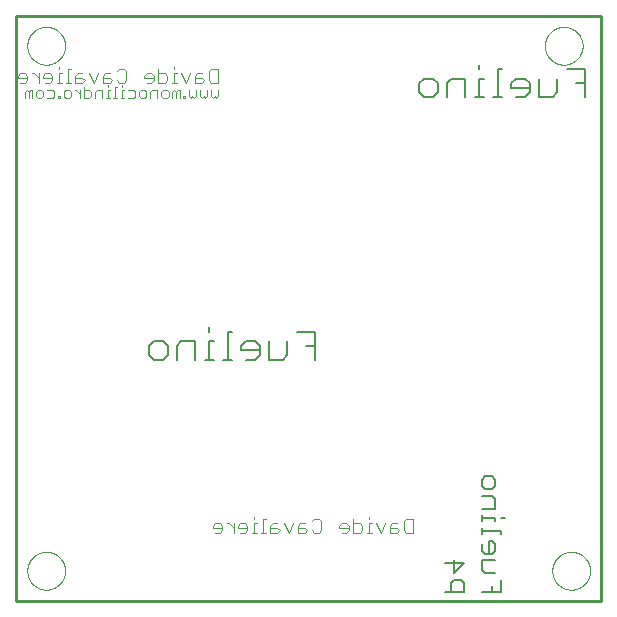
<source format=gbo>
G75*
%MOIN*%
%OFA0B0*%
%FSLAX25Y25*%
%IPPOS*%
%LPD*%
%AMOC8*
5,1,8,0,0,1.08239X$1,22.5*
%
%ADD10C,0.00000*%
%ADD11C,0.00600*%
%ADD12C,0.00400*%
%ADD13C,0.00300*%
%ADD14C,0.01000*%
%ADD15C,0.00800*%
D10*
X0007100Y0006700D02*
X0200801Y0006700D01*
X0185801Y0016700D02*
X0185803Y0016858D01*
X0185809Y0017016D01*
X0185819Y0017174D01*
X0185833Y0017332D01*
X0185851Y0017489D01*
X0185872Y0017646D01*
X0185898Y0017802D01*
X0185928Y0017958D01*
X0185961Y0018113D01*
X0185999Y0018266D01*
X0186040Y0018419D01*
X0186085Y0018571D01*
X0186134Y0018722D01*
X0186187Y0018871D01*
X0186243Y0019019D01*
X0186303Y0019165D01*
X0186367Y0019310D01*
X0186435Y0019453D01*
X0186506Y0019595D01*
X0186580Y0019735D01*
X0186658Y0019872D01*
X0186740Y0020008D01*
X0186824Y0020142D01*
X0186913Y0020273D01*
X0187004Y0020402D01*
X0187099Y0020529D01*
X0187196Y0020654D01*
X0187297Y0020776D01*
X0187401Y0020895D01*
X0187508Y0021012D01*
X0187618Y0021126D01*
X0187731Y0021237D01*
X0187846Y0021346D01*
X0187964Y0021451D01*
X0188085Y0021553D01*
X0188208Y0021653D01*
X0188334Y0021749D01*
X0188462Y0021842D01*
X0188592Y0021932D01*
X0188725Y0022018D01*
X0188860Y0022102D01*
X0188996Y0022181D01*
X0189135Y0022258D01*
X0189276Y0022330D01*
X0189418Y0022400D01*
X0189562Y0022465D01*
X0189708Y0022527D01*
X0189855Y0022585D01*
X0190004Y0022640D01*
X0190154Y0022691D01*
X0190305Y0022738D01*
X0190457Y0022781D01*
X0190610Y0022820D01*
X0190765Y0022856D01*
X0190920Y0022887D01*
X0191076Y0022915D01*
X0191232Y0022939D01*
X0191389Y0022959D01*
X0191547Y0022975D01*
X0191704Y0022987D01*
X0191863Y0022995D01*
X0192021Y0022999D01*
X0192179Y0022999D01*
X0192337Y0022995D01*
X0192496Y0022987D01*
X0192653Y0022975D01*
X0192811Y0022959D01*
X0192968Y0022939D01*
X0193124Y0022915D01*
X0193280Y0022887D01*
X0193435Y0022856D01*
X0193590Y0022820D01*
X0193743Y0022781D01*
X0193895Y0022738D01*
X0194046Y0022691D01*
X0194196Y0022640D01*
X0194345Y0022585D01*
X0194492Y0022527D01*
X0194638Y0022465D01*
X0194782Y0022400D01*
X0194924Y0022330D01*
X0195065Y0022258D01*
X0195204Y0022181D01*
X0195340Y0022102D01*
X0195475Y0022018D01*
X0195608Y0021932D01*
X0195738Y0021842D01*
X0195866Y0021749D01*
X0195992Y0021653D01*
X0196115Y0021553D01*
X0196236Y0021451D01*
X0196354Y0021346D01*
X0196469Y0021237D01*
X0196582Y0021126D01*
X0196692Y0021012D01*
X0196799Y0020895D01*
X0196903Y0020776D01*
X0197004Y0020654D01*
X0197101Y0020529D01*
X0197196Y0020402D01*
X0197287Y0020273D01*
X0197376Y0020142D01*
X0197460Y0020008D01*
X0197542Y0019872D01*
X0197620Y0019735D01*
X0197694Y0019595D01*
X0197765Y0019453D01*
X0197833Y0019310D01*
X0197897Y0019165D01*
X0197957Y0019019D01*
X0198013Y0018871D01*
X0198066Y0018722D01*
X0198115Y0018571D01*
X0198160Y0018419D01*
X0198201Y0018266D01*
X0198239Y0018113D01*
X0198272Y0017958D01*
X0198302Y0017802D01*
X0198328Y0017646D01*
X0198349Y0017489D01*
X0198367Y0017332D01*
X0198381Y0017174D01*
X0198391Y0017016D01*
X0198397Y0016858D01*
X0198399Y0016700D01*
X0198397Y0016542D01*
X0198391Y0016384D01*
X0198381Y0016226D01*
X0198367Y0016068D01*
X0198349Y0015911D01*
X0198328Y0015754D01*
X0198302Y0015598D01*
X0198272Y0015442D01*
X0198239Y0015287D01*
X0198201Y0015134D01*
X0198160Y0014981D01*
X0198115Y0014829D01*
X0198066Y0014678D01*
X0198013Y0014529D01*
X0197957Y0014381D01*
X0197897Y0014235D01*
X0197833Y0014090D01*
X0197765Y0013947D01*
X0197694Y0013805D01*
X0197620Y0013665D01*
X0197542Y0013528D01*
X0197460Y0013392D01*
X0197376Y0013258D01*
X0197287Y0013127D01*
X0197196Y0012998D01*
X0197101Y0012871D01*
X0197004Y0012746D01*
X0196903Y0012624D01*
X0196799Y0012505D01*
X0196692Y0012388D01*
X0196582Y0012274D01*
X0196469Y0012163D01*
X0196354Y0012054D01*
X0196236Y0011949D01*
X0196115Y0011847D01*
X0195992Y0011747D01*
X0195866Y0011651D01*
X0195738Y0011558D01*
X0195608Y0011468D01*
X0195475Y0011382D01*
X0195340Y0011298D01*
X0195204Y0011219D01*
X0195065Y0011142D01*
X0194924Y0011070D01*
X0194782Y0011000D01*
X0194638Y0010935D01*
X0194492Y0010873D01*
X0194345Y0010815D01*
X0194196Y0010760D01*
X0194046Y0010709D01*
X0193895Y0010662D01*
X0193743Y0010619D01*
X0193590Y0010580D01*
X0193435Y0010544D01*
X0193280Y0010513D01*
X0193124Y0010485D01*
X0192968Y0010461D01*
X0192811Y0010441D01*
X0192653Y0010425D01*
X0192496Y0010413D01*
X0192337Y0010405D01*
X0192179Y0010401D01*
X0192021Y0010401D01*
X0191863Y0010405D01*
X0191704Y0010413D01*
X0191547Y0010425D01*
X0191389Y0010441D01*
X0191232Y0010461D01*
X0191076Y0010485D01*
X0190920Y0010513D01*
X0190765Y0010544D01*
X0190610Y0010580D01*
X0190457Y0010619D01*
X0190305Y0010662D01*
X0190154Y0010709D01*
X0190004Y0010760D01*
X0189855Y0010815D01*
X0189708Y0010873D01*
X0189562Y0010935D01*
X0189418Y0011000D01*
X0189276Y0011070D01*
X0189135Y0011142D01*
X0188996Y0011219D01*
X0188860Y0011298D01*
X0188725Y0011382D01*
X0188592Y0011468D01*
X0188462Y0011558D01*
X0188334Y0011651D01*
X0188208Y0011747D01*
X0188085Y0011847D01*
X0187964Y0011949D01*
X0187846Y0012054D01*
X0187731Y0012163D01*
X0187618Y0012274D01*
X0187508Y0012388D01*
X0187401Y0012505D01*
X0187297Y0012624D01*
X0187196Y0012746D01*
X0187099Y0012871D01*
X0187004Y0012998D01*
X0186913Y0013127D01*
X0186824Y0013258D01*
X0186740Y0013392D01*
X0186658Y0013528D01*
X0186580Y0013665D01*
X0186506Y0013805D01*
X0186435Y0013947D01*
X0186367Y0014090D01*
X0186303Y0014235D01*
X0186243Y0014381D01*
X0186187Y0014529D01*
X0186134Y0014678D01*
X0186085Y0014829D01*
X0186040Y0014981D01*
X0185999Y0015134D01*
X0185961Y0015287D01*
X0185928Y0015442D01*
X0185898Y0015598D01*
X0185872Y0015754D01*
X0185851Y0015911D01*
X0185833Y0016068D01*
X0185819Y0016226D01*
X0185809Y0016384D01*
X0185803Y0016542D01*
X0185801Y0016700D01*
X0010801Y0016700D02*
X0010803Y0016858D01*
X0010809Y0017016D01*
X0010819Y0017174D01*
X0010833Y0017332D01*
X0010851Y0017489D01*
X0010872Y0017646D01*
X0010898Y0017802D01*
X0010928Y0017958D01*
X0010961Y0018113D01*
X0010999Y0018266D01*
X0011040Y0018419D01*
X0011085Y0018571D01*
X0011134Y0018722D01*
X0011187Y0018871D01*
X0011243Y0019019D01*
X0011303Y0019165D01*
X0011367Y0019310D01*
X0011435Y0019453D01*
X0011506Y0019595D01*
X0011580Y0019735D01*
X0011658Y0019872D01*
X0011740Y0020008D01*
X0011824Y0020142D01*
X0011913Y0020273D01*
X0012004Y0020402D01*
X0012099Y0020529D01*
X0012196Y0020654D01*
X0012297Y0020776D01*
X0012401Y0020895D01*
X0012508Y0021012D01*
X0012618Y0021126D01*
X0012731Y0021237D01*
X0012846Y0021346D01*
X0012964Y0021451D01*
X0013085Y0021553D01*
X0013208Y0021653D01*
X0013334Y0021749D01*
X0013462Y0021842D01*
X0013592Y0021932D01*
X0013725Y0022018D01*
X0013860Y0022102D01*
X0013996Y0022181D01*
X0014135Y0022258D01*
X0014276Y0022330D01*
X0014418Y0022400D01*
X0014562Y0022465D01*
X0014708Y0022527D01*
X0014855Y0022585D01*
X0015004Y0022640D01*
X0015154Y0022691D01*
X0015305Y0022738D01*
X0015457Y0022781D01*
X0015610Y0022820D01*
X0015765Y0022856D01*
X0015920Y0022887D01*
X0016076Y0022915D01*
X0016232Y0022939D01*
X0016389Y0022959D01*
X0016547Y0022975D01*
X0016704Y0022987D01*
X0016863Y0022995D01*
X0017021Y0022999D01*
X0017179Y0022999D01*
X0017337Y0022995D01*
X0017496Y0022987D01*
X0017653Y0022975D01*
X0017811Y0022959D01*
X0017968Y0022939D01*
X0018124Y0022915D01*
X0018280Y0022887D01*
X0018435Y0022856D01*
X0018590Y0022820D01*
X0018743Y0022781D01*
X0018895Y0022738D01*
X0019046Y0022691D01*
X0019196Y0022640D01*
X0019345Y0022585D01*
X0019492Y0022527D01*
X0019638Y0022465D01*
X0019782Y0022400D01*
X0019924Y0022330D01*
X0020065Y0022258D01*
X0020204Y0022181D01*
X0020340Y0022102D01*
X0020475Y0022018D01*
X0020608Y0021932D01*
X0020738Y0021842D01*
X0020866Y0021749D01*
X0020992Y0021653D01*
X0021115Y0021553D01*
X0021236Y0021451D01*
X0021354Y0021346D01*
X0021469Y0021237D01*
X0021582Y0021126D01*
X0021692Y0021012D01*
X0021799Y0020895D01*
X0021903Y0020776D01*
X0022004Y0020654D01*
X0022101Y0020529D01*
X0022196Y0020402D01*
X0022287Y0020273D01*
X0022376Y0020142D01*
X0022460Y0020008D01*
X0022542Y0019872D01*
X0022620Y0019735D01*
X0022694Y0019595D01*
X0022765Y0019453D01*
X0022833Y0019310D01*
X0022897Y0019165D01*
X0022957Y0019019D01*
X0023013Y0018871D01*
X0023066Y0018722D01*
X0023115Y0018571D01*
X0023160Y0018419D01*
X0023201Y0018266D01*
X0023239Y0018113D01*
X0023272Y0017958D01*
X0023302Y0017802D01*
X0023328Y0017646D01*
X0023349Y0017489D01*
X0023367Y0017332D01*
X0023381Y0017174D01*
X0023391Y0017016D01*
X0023397Y0016858D01*
X0023399Y0016700D01*
X0023397Y0016542D01*
X0023391Y0016384D01*
X0023381Y0016226D01*
X0023367Y0016068D01*
X0023349Y0015911D01*
X0023328Y0015754D01*
X0023302Y0015598D01*
X0023272Y0015442D01*
X0023239Y0015287D01*
X0023201Y0015134D01*
X0023160Y0014981D01*
X0023115Y0014829D01*
X0023066Y0014678D01*
X0023013Y0014529D01*
X0022957Y0014381D01*
X0022897Y0014235D01*
X0022833Y0014090D01*
X0022765Y0013947D01*
X0022694Y0013805D01*
X0022620Y0013665D01*
X0022542Y0013528D01*
X0022460Y0013392D01*
X0022376Y0013258D01*
X0022287Y0013127D01*
X0022196Y0012998D01*
X0022101Y0012871D01*
X0022004Y0012746D01*
X0021903Y0012624D01*
X0021799Y0012505D01*
X0021692Y0012388D01*
X0021582Y0012274D01*
X0021469Y0012163D01*
X0021354Y0012054D01*
X0021236Y0011949D01*
X0021115Y0011847D01*
X0020992Y0011747D01*
X0020866Y0011651D01*
X0020738Y0011558D01*
X0020608Y0011468D01*
X0020475Y0011382D01*
X0020340Y0011298D01*
X0020204Y0011219D01*
X0020065Y0011142D01*
X0019924Y0011070D01*
X0019782Y0011000D01*
X0019638Y0010935D01*
X0019492Y0010873D01*
X0019345Y0010815D01*
X0019196Y0010760D01*
X0019046Y0010709D01*
X0018895Y0010662D01*
X0018743Y0010619D01*
X0018590Y0010580D01*
X0018435Y0010544D01*
X0018280Y0010513D01*
X0018124Y0010485D01*
X0017968Y0010461D01*
X0017811Y0010441D01*
X0017653Y0010425D01*
X0017496Y0010413D01*
X0017337Y0010405D01*
X0017179Y0010401D01*
X0017021Y0010401D01*
X0016863Y0010405D01*
X0016704Y0010413D01*
X0016547Y0010425D01*
X0016389Y0010441D01*
X0016232Y0010461D01*
X0016076Y0010485D01*
X0015920Y0010513D01*
X0015765Y0010544D01*
X0015610Y0010580D01*
X0015457Y0010619D01*
X0015305Y0010662D01*
X0015154Y0010709D01*
X0015004Y0010760D01*
X0014855Y0010815D01*
X0014708Y0010873D01*
X0014562Y0010935D01*
X0014418Y0011000D01*
X0014276Y0011070D01*
X0014135Y0011142D01*
X0013996Y0011219D01*
X0013860Y0011298D01*
X0013725Y0011382D01*
X0013592Y0011468D01*
X0013462Y0011558D01*
X0013334Y0011651D01*
X0013208Y0011747D01*
X0013085Y0011847D01*
X0012964Y0011949D01*
X0012846Y0012054D01*
X0012731Y0012163D01*
X0012618Y0012274D01*
X0012508Y0012388D01*
X0012401Y0012505D01*
X0012297Y0012624D01*
X0012196Y0012746D01*
X0012099Y0012871D01*
X0012004Y0012998D01*
X0011913Y0013127D01*
X0011824Y0013258D01*
X0011740Y0013392D01*
X0011658Y0013528D01*
X0011580Y0013665D01*
X0011506Y0013805D01*
X0011435Y0013947D01*
X0011367Y0014090D01*
X0011303Y0014235D01*
X0011243Y0014381D01*
X0011187Y0014529D01*
X0011134Y0014678D01*
X0011085Y0014829D01*
X0011040Y0014981D01*
X0010999Y0015134D01*
X0010961Y0015287D01*
X0010928Y0015442D01*
X0010898Y0015598D01*
X0010872Y0015754D01*
X0010851Y0015911D01*
X0010833Y0016068D01*
X0010819Y0016226D01*
X0010809Y0016384D01*
X0010803Y0016542D01*
X0010801Y0016700D01*
X0010801Y0191700D02*
X0010803Y0191858D01*
X0010809Y0192016D01*
X0010819Y0192174D01*
X0010833Y0192332D01*
X0010851Y0192489D01*
X0010872Y0192646D01*
X0010898Y0192802D01*
X0010928Y0192958D01*
X0010961Y0193113D01*
X0010999Y0193266D01*
X0011040Y0193419D01*
X0011085Y0193571D01*
X0011134Y0193722D01*
X0011187Y0193871D01*
X0011243Y0194019D01*
X0011303Y0194165D01*
X0011367Y0194310D01*
X0011435Y0194453D01*
X0011506Y0194595D01*
X0011580Y0194735D01*
X0011658Y0194872D01*
X0011740Y0195008D01*
X0011824Y0195142D01*
X0011913Y0195273D01*
X0012004Y0195402D01*
X0012099Y0195529D01*
X0012196Y0195654D01*
X0012297Y0195776D01*
X0012401Y0195895D01*
X0012508Y0196012D01*
X0012618Y0196126D01*
X0012731Y0196237D01*
X0012846Y0196346D01*
X0012964Y0196451D01*
X0013085Y0196553D01*
X0013208Y0196653D01*
X0013334Y0196749D01*
X0013462Y0196842D01*
X0013592Y0196932D01*
X0013725Y0197018D01*
X0013860Y0197102D01*
X0013996Y0197181D01*
X0014135Y0197258D01*
X0014276Y0197330D01*
X0014418Y0197400D01*
X0014562Y0197465D01*
X0014708Y0197527D01*
X0014855Y0197585D01*
X0015004Y0197640D01*
X0015154Y0197691D01*
X0015305Y0197738D01*
X0015457Y0197781D01*
X0015610Y0197820D01*
X0015765Y0197856D01*
X0015920Y0197887D01*
X0016076Y0197915D01*
X0016232Y0197939D01*
X0016389Y0197959D01*
X0016547Y0197975D01*
X0016704Y0197987D01*
X0016863Y0197995D01*
X0017021Y0197999D01*
X0017179Y0197999D01*
X0017337Y0197995D01*
X0017496Y0197987D01*
X0017653Y0197975D01*
X0017811Y0197959D01*
X0017968Y0197939D01*
X0018124Y0197915D01*
X0018280Y0197887D01*
X0018435Y0197856D01*
X0018590Y0197820D01*
X0018743Y0197781D01*
X0018895Y0197738D01*
X0019046Y0197691D01*
X0019196Y0197640D01*
X0019345Y0197585D01*
X0019492Y0197527D01*
X0019638Y0197465D01*
X0019782Y0197400D01*
X0019924Y0197330D01*
X0020065Y0197258D01*
X0020204Y0197181D01*
X0020340Y0197102D01*
X0020475Y0197018D01*
X0020608Y0196932D01*
X0020738Y0196842D01*
X0020866Y0196749D01*
X0020992Y0196653D01*
X0021115Y0196553D01*
X0021236Y0196451D01*
X0021354Y0196346D01*
X0021469Y0196237D01*
X0021582Y0196126D01*
X0021692Y0196012D01*
X0021799Y0195895D01*
X0021903Y0195776D01*
X0022004Y0195654D01*
X0022101Y0195529D01*
X0022196Y0195402D01*
X0022287Y0195273D01*
X0022376Y0195142D01*
X0022460Y0195008D01*
X0022542Y0194872D01*
X0022620Y0194735D01*
X0022694Y0194595D01*
X0022765Y0194453D01*
X0022833Y0194310D01*
X0022897Y0194165D01*
X0022957Y0194019D01*
X0023013Y0193871D01*
X0023066Y0193722D01*
X0023115Y0193571D01*
X0023160Y0193419D01*
X0023201Y0193266D01*
X0023239Y0193113D01*
X0023272Y0192958D01*
X0023302Y0192802D01*
X0023328Y0192646D01*
X0023349Y0192489D01*
X0023367Y0192332D01*
X0023381Y0192174D01*
X0023391Y0192016D01*
X0023397Y0191858D01*
X0023399Y0191700D01*
X0023397Y0191542D01*
X0023391Y0191384D01*
X0023381Y0191226D01*
X0023367Y0191068D01*
X0023349Y0190911D01*
X0023328Y0190754D01*
X0023302Y0190598D01*
X0023272Y0190442D01*
X0023239Y0190287D01*
X0023201Y0190134D01*
X0023160Y0189981D01*
X0023115Y0189829D01*
X0023066Y0189678D01*
X0023013Y0189529D01*
X0022957Y0189381D01*
X0022897Y0189235D01*
X0022833Y0189090D01*
X0022765Y0188947D01*
X0022694Y0188805D01*
X0022620Y0188665D01*
X0022542Y0188528D01*
X0022460Y0188392D01*
X0022376Y0188258D01*
X0022287Y0188127D01*
X0022196Y0187998D01*
X0022101Y0187871D01*
X0022004Y0187746D01*
X0021903Y0187624D01*
X0021799Y0187505D01*
X0021692Y0187388D01*
X0021582Y0187274D01*
X0021469Y0187163D01*
X0021354Y0187054D01*
X0021236Y0186949D01*
X0021115Y0186847D01*
X0020992Y0186747D01*
X0020866Y0186651D01*
X0020738Y0186558D01*
X0020608Y0186468D01*
X0020475Y0186382D01*
X0020340Y0186298D01*
X0020204Y0186219D01*
X0020065Y0186142D01*
X0019924Y0186070D01*
X0019782Y0186000D01*
X0019638Y0185935D01*
X0019492Y0185873D01*
X0019345Y0185815D01*
X0019196Y0185760D01*
X0019046Y0185709D01*
X0018895Y0185662D01*
X0018743Y0185619D01*
X0018590Y0185580D01*
X0018435Y0185544D01*
X0018280Y0185513D01*
X0018124Y0185485D01*
X0017968Y0185461D01*
X0017811Y0185441D01*
X0017653Y0185425D01*
X0017496Y0185413D01*
X0017337Y0185405D01*
X0017179Y0185401D01*
X0017021Y0185401D01*
X0016863Y0185405D01*
X0016704Y0185413D01*
X0016547Y0185425D01*
X0016389Y0185441D01*
X0016232Y0185461D01*
X0016076Y0185485D01*
X0015920Y0185513D01*
X0015765Y0185544D01*
X0015610Y0185580D01*
X0015457Y0185619D01*
X0015305Y0185662D01*
X0015154Y0185709D01*
X0015004Y0185760D01*
X0014855Y0185815D01*
X0014708Y0185873D01*
X0014562Y0185935D01*
X0014418Y0186000D01*
X0014276Y0186070D01*
X0014135Y0186142D01*
X0013996Y0186219D01*
X0013860Y0186298D01*
X0013725Y0186382D01*
X0013592Y0186468D01*
X0013462Y0186558D01*
X0013334Y0186651D01*
X0013208Y0186747D01*
X0013085Y0186847D01*
X0012964Y0186949D01*
X0012846Y0187054D01*
X0012731Y0187163D01*
X0012618Y0187274D01*
X0012508Y0187388D01*
X0012401Y0187505D01*
X0012297Y0187624D01*
X0012196Y0187746D01*
X0012099Y0187871D01*
X0012004Y0187998D01*
X0011913Y0188127D01*
X0011824Y0188258D01*
X0011740Y0188392D01*
X0011658Y0188528D01*
X0011580Y0188665D01*
X0011506Y0188805D01*
X0011435Y0188947D01*
X0011367Y0189090D01*
X0011303Y0189235D01*
X0011243Y0189381D01*
X0011187Y0189529D01*
X0011134Y0189678D01*
X0011085Y0189829D01*
X0011040Y0189981D01*
X0010999Y0190134D01*
X0010961Y0190287D01*
X0010928Y0190442D01*
X0010898Y0190598D01*
X0010872Y0190754D01*
X0010851Y0190911D01*
X0010833Y0191068D01*
X0010819Y0191226D01*
X0010809Y0191384D01*
X0010803Y0191542D01*
X0010801Y0191700D01*
X0183301Y0191700D02*
X0183303Y0191858D01*
X0183309Y0192016D01*
X0183319Y0192174D01*
X0183333Y0192332D01*
X0183351Y0192489D01*
X0183372Y0192646D01*
X0183398Y0192802D01*
X0183428Y0192958D01*
X0183461Y0193113D01*
X0183499Y0193266D01*
X0183540Y0193419D01*
X0183585Y0193571D01*
X0183634Y0193722D01*
X0183687Y0193871D01*
X0183743Y0194019D01*
X0183803Y0194165D01*
X0183867Y0194310D01*
X0183935Y0194453D01*
X0184006Y0194595D01*
X0184080Y0194735D01*
X0184158Y0194872D01*
X0184240Y0195008D01*
X0184324Y0195142D01*
X0184413Y0195273D01*
X0184504Y0195402D01*
X0184599Y0195529D01*
X0184696Y0195654D01*
X0184797Y0195776D01*
X0184901Y0195895D01*
X0185008Y0196012D01*
X0185118Y0196126D01*
X0185231Y0196237D01*
X0185346Y0196346D01*
X0185464Y0196451D01*
X0185585Y0196553D01*
X0185708Y0196653D01*
X0185834Y0196749D01*
X0185962Y0196842D01*
X0186092Y0196932D01*
X0186225Y0197018D01*
X0186360Y0197102D01*
X0186496Y0197181D01*
X0186635Y0197258D01*
X0186776Y0197330D01*
X0186918Y0197400D01*
X0187062Y0197465D01*
X0187208Y0197527D01*
X0187355Y0197585D01*
X0187504Y0197640D01*
X0187654Y0197691D01*
X0187805Y0197738D01*
X0187957Y0197781D01*
X0188110Y0197820D01*
X0188265Y0197856D01*
X0188420Y0197887D01*
X0188576Y0197915D01*
X0188732Y0197939D01*
X0188889Y0197959D01*
X0189047Y0197975D01*
X0189204Y0197987D01*
X0189363Y0197995D01*
X0189521Y0197999D01*
X0189679Y0197999D01*
X0189837Y0197995D01*
X0189996Y0197987D01*
X0190153Y0197975D01*
X0190311Y0197959D01*
X0190468Y0197939D01*
X0190624Y0197915D01*
X0190780Y0197887D01*
X0190935Y0197856D01*
X0191090Y0197820D01*
X0191243Y0197781D01*
X0191395Y0197738D01*
X0191546Y0197691D01*
X0191696Y0197640D01*
X0191845Y0197585D01*
X0191992Y0197527D01*
X0192138Y0197465D01*
X0192282Y0197400D01*
X0192424Y0197330D01*
X0192565Y0197258D01*
X0192704Y0197181D01*
X0192840Y0197102D01*
X0192975Y0197018D01*
X0193108Y0196932D01*
X0193238Y0196842D01*
X0193366Y0196749D01*
X0193492Y0196653D01*
X0193615Y0196553D01*
X0193736Y0196451D01*
X0193854Y0196346D01*
X0193969Y0196237D01*
X0194082Y0196126D01*
X0194192Y0196012D01*
X0194299Y0195895D01*
X0194403Y0195776D01*
X0194504Y0195654D01*
X0194601Y0195529D01*
X0194696Y0195402D01*
X0194787Y0195273D01*
X0194876Y0195142D01*
X0194960Y0195008D01*
X0195042Y0194872D01*
X0195120Y0194735D01*
X0195194Y0194595D01*
X0195265Y0194453D01*
X0195333Y0194310D01*
X0195397Y0194165D01*
X0195457Y0194019D01*
X0195513Y0193871D01*
X0195566Y0193722D01*
X0195615Y0193571D01*
X0195660Y0193419D01*
X0195701Y0193266D01*
X0195739Y0193113D01*
X0195772Y0192958D01*
X0195802Y0192802D01*
X0195828Y0192646D01*
X0195849Y0192489D01*
X0195867Y0192332D01*
X0195881Y0192174D01*
X0195891Y0192016D01*
X0195897Y0191858D01*
X0195899Y0191700D01*
X0195897Y0191542D01*
X0195891Y0191384D01*
X0195881Y0191226D01*
X0195867Y0191068D01*
X0195849Y0190911D01*
X0195828Y0190754D01*
X0195802Y0190598D01*
X0195772Y0190442D01*
X0195739Y0190287D01*
X0195701Y0190134D01*
X0195660Y0189981D01*
X0195615Y0189829D01*
X0195566Y0189678D01*
X0195513Y0189529D01*
X0195457Y0189381D01*
X0195397Y0189235D01*
X0195333Y0189090D01*
X0195265Y0188947D01*
X0195194Y0188805D01*
X0195120Y0188665D01*
X0195042Y0188528D01*
X0194960Y0188392D01*
X0194876Y0188258D01*
X0194787Y0188127D01*
X0194696Y0187998D01*
X0194601Y0187871D01*
X0194504Y0187746D01*
X0194403Y0187624D01*
X0194299Y0187505D01*
X0194192Y0187388D01*
X0194082Y0187274D01*
X0193969Y0187163D01*
X0193854Y0187054D01*
X0193736Y0186949D01*
X0193615Y0186847D01*
X0193492Y0186747D01*
X0193366Y0186651D01*
X0193238Y0186558D01*
X0193108Y0186468D01*
X0192975Y0186382D01*
X0192840Y0186298D01*
X0192704Y0186219D01*
X0192565Y0186142D01*
X0192424Y0186070D01*
X0192282Y0186000D01*
X0192138Y0185935D01*
X0191992Y0185873D01*
X0191845Y0185815D01*
X0191696Y0185760D01*
X0191546Y0185709D01*
X0191395Y0185662D01*
X0191243Y0185619D01*
X0191090Y0185580D01*
X0190935Y0185544D01*
X0190780Y0185513D01*
X0190624Y0185485D01*
X0190468Y0185461D01*
X0190311Y0185441D01*
X0190153Y0185425D01*
X0189996Y0185413D01*
X0189837Y0185405D01*
X0189679Y0185401D01*
X0189521Y0185401D01*
X0189363Y0185405D01*
X0189204Y0185413D01*
X0189047Y0185425D01*
X0188889Y0185441D01*
X0188732Y0185461D01*
X0188576Y0185485D01*
X0188420Y0185513D01*
X0188265Y0185544D01*
X0188110Y0185580D01*
X0187957Y0185619D01*
X0187805Y0185662D01*
X0187654Y0185709D01*
X0187504Y0185760D01*
X0187355Y0185815D01*
X0187208Y0185873D01*
X0187062Y0185935D01*
X0186918Y0186000D01*
X0186776Y0186070D01*
X0186635Y0186142D01*
X0186496Y0186219D01*
X0186360Y0186298D01*
X0186225Y0186382D01*
X0186092Y0186468D01*
X0185962Y0186558D01*
X0185834Y0186651D01*
X0185708Y0186747D01*
X0185585Y0186847D01*
X0185464Y0186949D01*
X0185346Y0187054D01*
X0185231Y0187163D01*
X0185118Y0187274D01*
X0185008Y0187388D01*
X0184901Y0187505D01*
X0184797Y0187624D01*
X0184696Y0187746D01*
X0184599Y0187871D01*
X0184504Y0187998D01*
X0184413Y0188127D01*
X0184324Y0188258D01*
X0184240Y0188392D01*
X0184158Y0188528D01*
X0184080Y0188665D01*
X0184006Y0188805D01*
X0183935Y0188947D01*
X0183867Y0189090D01*
X0183803Y0189235D01*
X0183743Y0189381D01*
X0183687Y0189529D01*
X0183634Y0189678D01*
X0183585Y0189829D01*
X0183540Y0189981D01*
X0183499Y0190134D01*
X0183461Y0190287D01*
X0183428Y0190442D01*
X0183398Y0190598D01*
X0183372Y0190754D01*
X0183351Y0190911D01*
X0183333Y0191068D01*
X0183319Y0191226D01*
X0183309Y0191384D01*
X0183303Y0191542D01*
X0183301Y0191700D01*
D11*
X0165603Y0048146D02*
X0163468Y0048146D01*
X0162400Y0047079D01*
X0162400Y0044944D01*
X0163468Y0043876D01*
X0165603Y0043876D01*
X0166670Y0044944D01*
X0166670Y0047079D01*
X0165603Y0048146D01*
X0165603Y0041701D02*
X0162400Y0041701D01*
X0165603Y0041701D02*
X0166670Y0040633D01*
X0166670Y0037430D01*
X0162400Y0037430D01*
X0162400Y0035269D02*
X0162400Y0033133D01*
X0162400Y0034201D02*
X0166670Y0034201D01*
X0166670Y0033133D01*
X0168805Y0034201D02*
X0169873Y0034201D01*
X0168805Y0029904D02*
X0162400Y0029904D01*
X0162400Y0028836D02*
X0162400Y0030972D01*
X0164535Y0026661D02*
X0164535Y0022391D01*
X0163468Y0022391D02*
X0165603Y0022391D01*
X0166670Y0023459D01*
X0166670Y0025594D01*
X0165603Y0026661D01*
X0164535Y0026661D01*
X0162400Y0025594D02*
X0162400Y0023459D01*
X0163468Y0022391D01*
X0162400Y0020216D02*
X0166670Y0020216D01*
X0162400Y0020216D02*
X0162400Y0017013D01*
X0163468Y0015945D01*
X0166670Y0015945D01*
X0168805Y0013770D02*
X0168805Y0009500D01*
X0162400Y0009500D01*
X0165603Y0009500D02*
X0165603Y0011635D01*
X0156305Y0012703D02*
X0156305Y0009500D01*
X0149900Y0009500D01*
X0152035Y0009500D02*
X0152035Y0012703D01*
X0153103Y0013770D01*
X0155238Y0013770D01*
X0156305Y0012703D01*
X0153103Y0015945D02*
X0153103Y0020216D01*
X0156305Y0019148D02*
X0149900Y0019148D01*
X0153103Y0015945D02*
X0156305Y0019148D01*
X0168805Y0028836D02*
X0168805Y0029904D01*
D12*
X0139400Y0029400D02*
X0137098Y0029400D01*
X0136331Y0030167D01*
X0136331Y0033237D01*
X0137098Y0034004D01*
X0139400Y0034004D01*
X0139400Y0029400D01*
X0134796Y0030167D02*
X0134029Y0030935D01*
X0131727Y0030935D01*
X0131727Y0031702D02*
X0131727Y0029400D01*
X0134029Y0029400D01*
X0134796Y0030167D01*
X0134029Y0032469D02*
X0132494Y0032469D01*
X0131727Y0031702D01*
X0130192Y0032469D02*
X0128658Y0029400D01*
X0127123Y0032469D01*
X0125588Y0032469D02*
X0124821Y0032469D01*
X0124821Y0029400D01*
X0125588Y0029400D02*
X0124054Y0029400D01*
X0122519Y0030167D02*
X0122519Y0031702D01*
X0121752Y0032469D01*
X0119450Y0032469D01*
X0119450Y0034004D02*
X0119450Y0029400D01*
X0121752Y0029400D01*
X0122519Y0030167D01*
X0124821Y0034004D02*
X0124821Y0034771D01*
X0117915Y0031702D02*
X0117915Y0030167D01*
X0117148Y0029400D01*
X0115613Y0029400D01*
X0114846Y0030935D02*
X0117915Y0030935D01*
X0117915Y0031702D02*
X0117148Y0032469D01*
X0115613Y0032469D01*
X0114846Y0031702D01*
X0114846Y0030935D01*
X0108707Y0030167D02*
X0107940Y0029400D01*
X0106405Y0029400D01*
X0105638Y0030167D01*
X0104103Y0030167D02*
X0103336Y0030935D01*
X0101034Y0030935D01*
X0101034Y0031702D02*
X0101034Y0029400D01*
X0103336Y0029400D01*
X0104103Y0030167D01*
X0103336Y0032469D02*
X0101801Y0032469D01*
X0101034Y0031702D01*
X0099499Y0032469D02*
X0097965Y0029400D01*
X0096430Y0032469D01*
X0094128Y0032469D02*
X0092593Y0032469D01*
X0091826Y0031702D01*
X0091826Y0029400D01*
X0094128Y0029400D01*
X0094895Y0030167D01*
X0094128Y0030935D01*
X0091826Y0030935D01*
X0090291Y0029400D02*
X0088757Y0029400D01*
X0089524Y0029400D02*
X0089524Y0034004D01*
X0090291Y0034004D01*
X0087222Y0032469D02*
X0086455Y0032469D01*
X0086455Y0029400D01*
X0087222Y0029400D02*
X0085688Y0029400D01*
X0084153Y0030167D02*
X0084153Y0031702D01*
X0083386Y0032469D01*
X0081851Y0032469D01*
X0081084Y0031702D01*
X0081084Y0030935D01*
X0084153Y0030935D01*
X0084153Y0030167D02*
X0083386Y0029400D01*
X0081851Y0029400D01*
X0079549Y0029400D02*
X0079549Y0032469D01*
X0079549Y0030935D02*
X0078014Y0032469D01*
X0077247Y0032469D01*
X0075712Y0031702D02*
X0075712Y0030167D01*
X0074945Y0029400D01*
X0073410Y0029400D01*
X0072643Y0030935D02*
X0075712Y0030935D01*
X0075712Y0031702D02*
X0074945Y0032469D01*
X0073410Y0032469D01*
X0072643Y0031702D01*
X0072643Y0030935D01*
X0086455Y0034004D02*
X0086455Y0034771D01*
X0105638Y0033237D02*
X0106405Y0034004D01*
X0107940Y0034004D01*
X0108707Y0033237D01*
X0108707Y0030167D01*
X0074400Y0179400D02*
X0072098Y0179400D01*
X0071331Y0180167D01*
X0071331Y0183237D01*
X0072098Y0184004D01*
X0074400Y0184004D01*
X0074400Y0179400D01*
X0069796Y0180167D02*
X0069029Y0180935D01*
X0066727Y0180935D01*
X0066727Y0181702D02*
X0066727Y0179400D01*
X0069029Y0179400D01*
X0069796Y0180167D01*
X0069029Y0182469D02*
X0067494Y0182469D01*
X0066727Y0181702D01*
X0065192Y0182469D02*
X0063658Y0179400D01*
X0062123Y0182469D01*
X0060588Y0182469D02*
X0059821Y0182469D01*
X0059821Y0179400D01*
X0060588Y0179400D02*
X0059054Y0179400D01*
X0057519Y0180167D02*
X0057519Y0181702D01*
X0056752Y0182469D01*
X0054450Y0182469D01*
X0054450Y0184004D02*
X0054450Y0179400D01*
X0056752Y0179400D01*
X0057519Y0180167D01*
X0059821Y0184004D02*
X0059821Y0184771D01*
X0052915Y0181702D02*
X0052915Y0180167D01*
X0052148Y0179400D01*
X0050613Y0179400D01*
X0049846Y0180935D02*
X0052915Y0180935D01*
X0052915Y0181702D02*
X0052148Y0182469D01*
X0050613Y0182469D01*
X0049846Y0181702D01*
X0049846Y0180935D01*
X0043707Y0180167D02*
X0042940Y0179400D01*
X0041405Y0179400D01*
X0040638Y0180167D01*
X0039103Y0180167D02*
X0038336Y0180935D01*
X0036034Y0180935D01*
X0036034Y0181702D02*
X0036034Y0179400D01*
X0038336Y0179400D01*
X0039103Y0180167D01*
X0036801Y0182469D02*
X0036034Y0181702D01*
X0036801Y0182469D02*
X0038336Y0182469D01*
X0040638Y0183237D02*
X0041405Y0184004D01*
X0042940Y0184004D01*
X0043707Y0183237D01*
X0043707Y0180167D01*
X0034499Y0182469D02*
X0032965Y0179400D01*
X0031430Y0182469D01*
X0029128Y0182469D02*
X0027593Y0182469D01*
X0026826Y0181702D01*
X0026826Y0179400D01*
X0029128Y0179400D01*
X0029895Y0180167D01*
X0029128Y0180935D01*
X0026826Y0180935D01*
X0025291Y0179400D02*
X0023757Y0179400D01*
X0024524Y0179400D02*
X0024524Y0184004D01*
X0025291Y0184004D01*
X0022222Y0182469D02*
X0021455Y0182469D01*
X0021455Y0179400D01*
X0022222Y0179400D02*
X0020688Y0179400D01*
X0019153Y0180167D02*
X0019153Y0181702D01*
X0018386Y0182469D01*
X0016851Y0182469D01*
X0016084Y0181702D01*
X0016084Y0180935D01*
X0019153Y0180935D01*
X0019153Y0180167D02*
X0018386Y0179400D01*
X0016851Y0179400D01*
X0014549Y0179400D02*
X0014549Y0182469D01*
X0014549Y0180935D02*
X0013014Y0182469D01*
X0012247Y0182469D01*
X0010712Y0181702D02*
X0009945Y0182469D01*
X0008410Y0182469D01*
X0007643Y0181702D01*
X0007643Y0180935D01*
X0010712Y0180935D01*
X0010712Y0181702D02*
X0010712Y0180167D01*
X0009945Y0179400D01*
X0008410Y0179400D01*
X0021455Y0184004D02*
X0021455Y0184771D01*
D13*
X0023490Y0176819D02*
X0022873Y0176202D01*
X0022873Y0174967D01*
X0023490Y0174350D01*
X0024724Y0174350D01*
X0025341Y0174967D01*
X0025341Y0176202D01*
X0024724Y0176819D01*
X0023490Y0176819D01*
X0021658Y0174967D02*
X0021041Y0174967D01*
X0021041Y0174350D01*
X0021658Y0174350D01*
X0021658Y0174967D01*
X0019817Y0174967D02*
X0019817Y0176202D01*
X0019200Y0176819D01*
X0017348Y0176819D01*
X0016134Y0176202D02*
X0016134Y0174967D01*
X0015516Y0174350D01*
X0014282Y0174350D01*
X0013665Y0174967D01*
X0013665Y0176202D01*
X0014282Y0176819D01*
X0015516Y0176819D01*
X0016134Y0176202D01*
X0017348Y0174350D02*
X0019200Y0174350D01*
X0019817Y0174967D01*
X0026559Y0176819D02*
X0027176Y0176819D01*
X0028411Y0175584D01*
X0028411Y0174350D02*
X0028411Y0176819D01*
X0029625Y0176819D02*
X0031477Y0176819D01*
X0032094Y0176202D01*
X0032094Y0174967D01*
X0031477Y0174350D01*
X0029625Y0174350D01*
X0029625Y0178053D01*
X0033308Y0176202D02*
X0033308Y0174350D01*
X0033308Y0176202D02*
X0033925Y0176819D01*
X0035777Y0176819D01*
X0035777Y0174350D01*
X0036998Y0174350D02*
X0038232Y0174350D01*
X0037615Y0174350D02*
X0037615Y0176819D01*
X0038232Y0176819D01*
X0037615Y0178053D02*
X0037615Y0178670D01*
X0040071Y0178053D02*
X0040071Y0174350D01*
X0040688Y0174350D02*
X0039453Y0174350D01*
X0041909Y0174350D02*
X0043143Y0174350D01*
X0042526Y0174350D02*
X0042526Y0176819D01*
X0043143Y0176819D01*
X0044358Y0176819D02*
X0046209Y0176819D01*
X0046826Y0176202D01*
X0046826Y0174967D01*
X0046209Y0174350D01*
X0044358Y0174350D01*
X0048041Y0174967D02*
X0048041Y0176202D01*
X0048658Y0176819D01*
X0049892Y0176819D01*
X0050510Y0176202D01*
X0050510Y0174967D01*
X0049892Y0174350D01*
X0048658Y0174350D01*
X0048041Y0174967D01*
X0051724Y0174350D02*
X0051724Y0176202D01*
X0052341Y0176819D01*
X0054193Y0176819D01*
X0054193Y0174350D01*
X0055407Y0174967D02*
X0055407Y0176202D01*
X0056024Y0176819D01*
X0057259Y0176819D01*
X0057876Y0176202D01*
X0057876Y0174967D01*
X0057259Y0174350D01*
X0056024Y0174350D01*
X0055407Y0174967D01*
X0059090Y0174350D02*
X0059090Y0176202D01*
X0059707Y0176819D01*
X0060325Y0176202D01*
X0060325Y0174350D01*
X0061559Y0174350D02*
X0061559Y0176819D01*
X0060942Y0176819D01*
X0060325Y0176202D01*
X0062783Y0174967D02*
X0062783Y0174350D01*
X0063401Y0174350D01*
X0063401Y0174967D01*
X0062783Y0174967D01*
X0064615Y0174967D02*
X0064615Y0176819D01*
X0064615Y0174967D02*
X0065232Y0174350D01*
X0065849Y0174967D01*
X0066467Y0174350D01*
X0067084Y0174967D01*
X0067084Y0176819D01*
X0068298Y0176819D02*
X0068298Y0174967D01*
X0068915Y0174350D01*
X0069532Y0174967D01*
X0070150Y0174350D01*
X0070767Y0174967D01*
X0070767Y0176819D01*
X0071981Y0176819D02*
X0071981Y0174967D01*
X0072598Y0174350D01*
X0073216Y0174967D01*
X0073833Y0174350D01*
X0074450Y0174967D01*
X0074450Y0176819D01*
X0042526Y0178053D02*
X0042526Y0178670D01*
X0040688Y0178053D02*
X0040071Y0178053D01*
X0012450Y0176819D02*
X0012450Y0174350D01*
X0011216Y0174350D02*
X0011216Y0176202D01*
X0010599Y0176819D01*
X0009982Y0176202D01*
X0009982Y0174350D01*
X0011216Y0176202D02*
X0011833Y0176819D01*
X0012450Y0176819D01*
D14*
X0007100Y0201700D02*
X0007100Y0006700D01*
X0202100Y0006700D01*
X0202100Y0201700D01*
X0007100Y0201700D01*
D15*
X0071403Y0097843D02*
X0071403Y0096308D01*
X0071403Y0093239D02*
X0071403Y0087100D01*
X0069869Y0087100D02*
X0072938Y0087100D01*
X0076007Y0087100D02*
X0079076Y0087100D01*
X0077542Y0087100D02*
X0077542Y0096308D01*
X0079076Y0096308D01*
X0082146Y0091704D02*
X0082146Y0090169D01*
X0088284Y0090169D01*
X0088284Y0088635D02*
X0088284Y0091704D01*
X0086750Y0093239D01*
X0083680Y0093239D01*
X0082146Y0091704D01*
X0083680Y0087100D02*
X0086750Y0087100D01*
X0088284Y0088635D01*
X0091354Y0087100D02*
X0091354Y0093239D01*
X0097492Y0093239D02*
X0097492Y0088635D01*
X0095958Y0087100D01*
X0091354Y0087100D01*
X0100561Y0096308D02*
X0106700Y0096308D01*
X0106700Y0087100D01*
X0106700Y0091704D02*
X0103631Y0091704D01*
X0072938Y0093239D02*
X0071403Y0093239D01*
X0066799Y0093239D02*
X0062195Y0093239D01*
X0060661Y0091704D01*
X0060661Y0087100D01*
X0057591Y0088635D02*
X0056057Y0087100D01*
X0052987Y0087100D01*
X0051453Y0088635D01*
X0051453Y0091704D01*
X0052987Y0093239D01*
X0056057Y0093239D01*
X0057591Y0091704D01*
X0057591Y0088635D01*
X0066799Y0087100D02*
X0066799Y0093239D01*
X0142987Y0174600D02*
X0141453Y0176135D01*
X0141453Y0179204D01*
X0142987Y0180739D01*
X0146057Y0180739D01*
X0147591Y0179204D01*
X0147591Y0176135D01*
X0146057Y0174600D01*
X0142987Y0174600D01*
X0150661Y0174600D02*
X0150661Y0179204D01*
X0152195Y0180739D01*
X0156799Y0180739D01*
X0156799Y0174600D01*
X0159869Y0174600D02*
X0162938Y0174600D01*
X0161403Y0174600D02*
X0161403Y0180739D01*
X0162938Y0180739D01*
X0161403Y0183808D02*
X0161403Y0185343D01*
X0167542Y0183808D02*
X0167542Y0174600D01*
X0169076Y0174600D02*
X0166007Y0174600D01*
X0172146Y0177669D02*
X0178284Y0177669D01*
X0178284Y0176135D02*
X0178284Y0179204D01*
X0176750Y0180739D01*
X0173680Y0180739D01*
X0172146Y0179204D01*
X0172146Y0177669D01*
X0173680Y0174600D02*
X0176750Y0174600D01*
X0178284Y0176135D01*
X0181354Y0174600D02*
X0181354Y0180739D01*
X0187492Y0180739D02*
X0187492Y0176135D01*
X0185958Y0174600D01*
X0181354Y0174600D01*
X0190561Y0183808D02*
X0196700Y0183808D01*
X0196700Y0174600D01*
X0196700Y0179204D02*
X0193631Y0179204D01*
X0169076Y0183808D02*
X0167542Y0183808D01*
M02*

</source>
